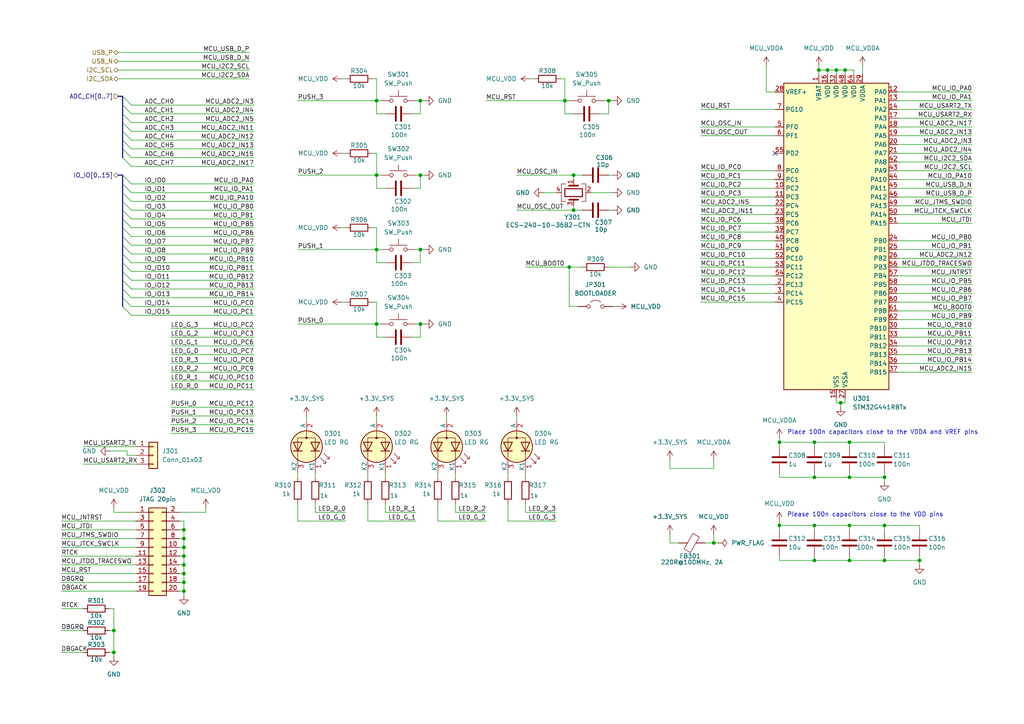
<source format=kicad_sch>
(kicad_sch (version 20231120) (generator "eeschema") (generator_version "8.0")
  (paper "A4")
  (title_block (title "MCU") (date "2024-11-18") (rev "1.00") (company "elezbyl"))
  (junction (at 109.22 50.8))
  (junction (at 236.22 128.27))
  (junction (at 53.34 163.83))
  (junction (at 121.92 50.8))
  (junction (at 245.11 20.32))
  (junction (at 166.37 50.8))
  (junction (at 256.54 152.4))
  (junction (at 53.34 171.45))
  (junction (at 121.92 29.21))
  (junction (at 33.02 189.23))
  (junction (at 226.06 152.4))
  (junction (at 236.22 162.56))
  (junction (at 33.02 182.88))
  (junction (at 266.7 162.56))
  (junction (at 53.34 158.75))
  (junction (at 236.22 138.43))
  (junction (at 240.03 20.32))
  (junction (at 166.37 60.96))
  (junction (at 53.34 168.91))
  (junction (at 256.54 138.43))
  (junction (at 246.38 152.4))
  (junction (at 165.1 77.47))
  (junction (at 121.92 72.39))
  (junction (at 226.06 128.27))
  (junction (at 242.57 20.32))
  (junction (at 53.34 161.29))
  (junction (at 109.22 29.21))
  (junction (at 243.84 116.84))
  (junction (at 121.92 93.98))
  (junction (at 109.22 72.39))
  (junction (at 53.34 166.37))
  (junction (at 53.34 153.67))
  (junction (at 109.22 93.98))
  (junction (at 237.49 20.32))
  (junction (at 256.54 162.56))
  (junction (at 207.01 157.48))
  (junction (at 176.53 29.21))
  (junction (at 163.83 29.21))
  (junction (at 246.38 128.27))
  (junction (at 246.38 138.43))
  (junction (at 246.38 162.56))
  (junction (at 236.22 152.4))
  (junction (at 53.34 156.21))
  (no_connect (at 224.79 44.45))
  (bus_entry (at 35.56 83.82) (size 2.54 2.54))
  (bus_entry (at 35.56 60.96) (size 2.54 2.54))
  (bus_entry (at 35.56 33.02) (size 2.54 2.54))
  (bus_entry (at 35.56 45.72) (size 2.54 2.54))
  (bus_entry (at 35.56 27.94) (size 2.54 2.54))
  (bus_entry (at 35.56 40.64) (size 2.54 2.54))
  (bus_entry (at 35.56 55.88) (size 2.54 2.54))
  (bus_entry (at 35.56 78.74) (size 2.54 2.54))
  (bus_entry (at 35.56 73.66) (size 2.54 2.54))
  (bus_entry (at 35.56 68.58) (size 2.54 2.54))
  (bus_entry (at 35.56 50.8) (size 2.54 2.54))
  (bus_entry (at 35.56 53.34) (size 2.54 2.54))
  (bus_entry (at 35.56 35.56) (size 2.54 2.54))
  (bus_entry (at 35.56 81.28) (size 2.54 2.54))
  (bus_entry (at 35.56 86.36) (size 2.54 2.54))
  (bus_entry (at 35.56 38.1) (size 2.54 2.54))
  (bus_entry (at 35.56 30.48) (size 2.54 2.54))
  (bus_entry (at 35.56 66.04) (size 2.54 2.54))
  (bus_entry (at 35.56 63.5) (size 2.54 2.54))
  (bus_entry (at 35.56 71.12) (size 2.54 2.54))
  (bus_entry (at 35.56 76.2) (size 2.54 2.54))
  (bus_entry (at 35.56 88.9) (size 2.54 2.54))
  (bus_entry (at 35.56 58.42) (size 2.54 2.54))
  (bus_entry (at 35.56 43.18) (size 2.54 2.54))
  (wire (pts (xy 203.2 54.61) (xy 224.79 54.61)))
  (bus (pts (xy 35.56 55.88) (xy 35.56 58.42)))
  (wire (pts (xy 226.06 138.43) (xy 236.22 138.43)))
  (wire (pts (xy 175.26 29.21) (xy 176.53 29.21)))
  (wire (pts (xy 91.44 148.59) (xy 100.33 148.59)))
  (wire (pts (xy 120.65 29.21) (xy 121.92 29.21)))
  (wire (pts (xy 52.07 163.83) (xy 53.34 163.83)))
  (wire (pts (xy 281.94 102.87) (xy 260.35 102.87)))
  (wire (pts (xy 260.35 64.77) (xy 281.94 64.77)))
  (wire (pts (xy 260.35 36.83) (xy 281.94 36.83)))
  (wire (pts (xy 246.38 129.54) (xy 246.38 128.27)))
  (wire (pts (xy 109.22 29.21) (xy 109.22 33.02)))
  (wire (pts (xy 281.94 87.63) (xy 260.35 87.63)))
  (wire (pts (xy 49.53 107.95) (xy 73.66 107.95)))
  (wire (pts (xy 86.36 29.21) (xy 109.22 29.21)))
  (wire (pts (xy 260.35 57.15) (xy 281.94 57.15)))
  (wire (pts (xy 34.29 20.32) (xy 72.39 20.32)))
  (wire (pts (xy 281.94 74.93) (xy 260.35 74.93)))
  (wire (pts (xy 226.06 127) (xy 226.06 128.27)))
  (wire (pts (xy 149.86 60.96) (xy 166.37 60.96)))
  (wire (pts (xy 236.22 137.16) (xy 236.22 138.43)))
  (wire (pts (xy 281.94 90.17) (xy 260.35 90.17)))
  (wire (pts (xy 111.76 33.02) (xy 109.22 33.02)))
  (wire (pts (xy 246.38 152.4) (xy 256.54 152.4)))
  (wire (pts (xy 110.49 50.8) (xy 109.22 50.8)))
  (wire (pts (xy 38.1 35.56) (xy 73.66 35.56)))
  (wire (pts (xy 33.02 189.23) (xy 33.02 182.88)))
  (wire (pts (xy 132.08 148.59) (xy 140.97 148.59)))
  (wire (pts (xy 17.78 176.53) (xy 24.13 176.53)))
  (wire (pts (xy 129.54 120.65) (xy 129.54 121.92)))
  (wire (pts (xy 53.34 171.45) (xy 53.34 168.91)))
  (wire (pts (xy 31.75 182.88) (xy 33.02 182.88)))
  (wire (pts (xy 203.2 36.83) (xy 224.79 36.83)))
  (wire (pts (xy 38.1 38.1) (xy 73.66 38.1)))
  (wire (pts (xy 52.07 161.29) (xy 53.34 161.29)))
  (wire (pts (xy 132.08 146.05) (xy 132.08 148.59)))
  (wire (pts (xy 106.68 146.05) (xy 106.68 151.13)))
  (wire (pts (xy 99.06 66.04) (xy 100.33 66.04)))
  (wire (pts (xy 236.22 138.43) (xy 246.38 138.43)))
  (wire (pts (xy 33.02 148.59) (xy 39.37 148.59)))
  (wire (pts (xy 53.34 153.67) (xy 53.34 151.13)))
  (bus (pts (xy 35.56 78.74) (xy 35.56 81.28)))
  (wire (pts (xy 121.92 76.2) (xy 121.92 72.39)))
  (wire (pts (xy 256.54 139.7) (xy 256.54 138.43)))
  (wire (pts (xy 53.34 158.75) (xy 53.34 156.21)))
  (wire (pts (xy 109.22 120.65) (xy 109.22 121.92)))
  (wire (pts (xy 245.11 20.32) (xy 242.57 20.32)))
  (wire (pts (xy 203.2 82.55) (xy 224.79 82.55)))
  (wire (pts (xy 111.76 148.59) (xy 120.65 148.59)))
  (wire (pts (xy 281.94 77.47) (xy 260.35 77.47)))
  (wire (pts (xy 36.83 132.08) (xy 39.37 132.08)))
  (wire (pts (xy 38.1 86.36) (xy 73.66 86.36)))
  (wire (pts (xy 165.1 29.21) (xy 163.83 29.21)))
  (wire (pts (xy 260.35 31.75) (xy 281.94 31.75)))
  (wire (pts (xy 52.07 166.37) (xy 53.34 166.37)))
  (wire (pts (xy 240.03 20.32) (xy 240.03 21.59)))
  (wire (pts (xy 157.48 55.88) (xy 161.29 55.88)))
  (wire (pts (xy 166.37 33.02) (xy 163.83 33.02)))
  (wire (pts (xy 281.94 95.25) (xy 260.35 95.25)))
  (wire (pts (xy 240.03 20.32) (xy 237.49 20.32)))
  (wire (pts (xy 91.44 137.16) (xy 91.44 138.43)))
  (wire (pts (xy 152.4 148.59) (xy 161.29 148.59)))
  (wire (pts (xy 204.47 157.48) (xy 207.01 157.48)))
  (wire (pts (xy 107.95 22.86) (xy 109.22 22.86)))
  (wire (pts (xy 256.54 161.29) (xy 256.54 162.56)))
  (wire (pts (xy 266.7 153.67) (xy 266.7 152.4)))
  (bus (pts (xy 35.56 35.56) (xy 35.56 38.1)))
  (wire (pts (xy 111.76 97.79) (xy 109.22 97.79)))
  (wire (pts (xy 49.53 113.03) (xy 73.66 113.03)))
  (wire (pts (xy 163.83 22.86) (xy 163.83 29.21)))
  (wire (pts (xy 266.7 161.29) (xy 266.7 162.56)))
  (wire (pts (xy 24.13 129.54) (xy 39.37 129.54)))
  (wire (pts (xy 236.22 161.29) (xy 236.22 162.56)))
  (wire (pts (xy 53.34 151.13) (xy 52.07 151.13)))
  (wire (pts (xy 242.57 116.84) (xy 243.84 116.84)))
  (wire (pts (xy 119.38 76.2) (xy 121.92 76.2)))
  (wire (pts (xy 99.06 44.45) (xy 100.33 44.45)))
  (wire (pts (xy 53.34 172.72) (xy 53.34 171.45)))
  (wire (pts (xy 177.8 88.9) (xy 179.07 88.9)))
  (wire (pts (xy 49.53 95.25) (xy 73.66 95.25)))
  (wire (pts (xy 49.53 120.65) (xy 73.66 120.65)))
  (wire (pts (xy 152.4 137.16) (xy 152.4 138.43)))
  (wire (pts (xy 106.68 137.16) (xy 106.68 138.43)))
  (wire (pts (xy 245.11 21.59) (xy 245.11 20.32)))
  (wire (pts (xy 111.76 137.16) (xy 111.76 138.43)))
  (wire (pts (xy 127 146.05) (xy 127 151.13)))
  (wire (pts (xy 109.22 44.45) (xy 109.22 50.8)))
  (wire (pts (xy 49.53 97.79) (xy 73.66 97.79)))
  (bus (pts (xy 35.56 81.28) (xy 35.56 83.82)))
  (wire (pts (xy 38.1 48.26) (xy 73.66 48.26)))
  (wire (pts (xy 111.76 54.61) (xy 109.22 54.61)))
  (bus (pts (xy 35.56 68.58) (xy 35.56 71.12)))
  (wire (pts (xy 260.35 29.21) (xy 281.94 29.21)))
  (wire (pts (xy 147.32 146.05) (xy 147.32 151.13)))
  (bus (pts (xy 35.56 73.66) (xy 35.56 76.2)))
  (wire (pts (xy 132.08 137.16) (xy 132.08 138.43)))
  (wire (pts (xy 176.53 33.02) (xy 176.53 29.21)))
  (wire (pts (xy 149.86 120.65) (xy 149.86 121.92)))
  (wire (pts (xy 121.92 97.79) (xy 121.92 93.98)))
  (wire (pts (xy 153.67 22.86) (xy 154.94 22.86)))
  (wire (pts (xy 17.78 182.88) (xy 24.13 182.88)))
  (wire (pts (xy 38.1 30.48) (xy 73.66 30.48)))
  (wire (pts (xy 166.37 50.8) (xy 166.37 52.07)))
  (wire (pts (xy 49.53 118.11) (xy 73.66 118.11)))
  (wire (pts (xy 260.35 52.07) (xy 281.94 52.07)))
  (wire (pts (xy 203.2 69.85) (xy 224.79 69.85)))
  (wire (pts (xy 33.02 176.53) (xy 31.75 176.53)))
  (wire (pts (xy 38.1 45.72) (xy 73.66 45.72)))
  (wire (pts (xy 38.1 71.12) (xy 73.66 71.12)))
  (wire (pts (xy 281.94 100.33) (xy 260.35 100.33)))
  (wire (pts (xy 266.7 162.56) (xy 256.54 162.56)))
  (wire (pts (xy 53.34 163.83) (xy 53.34 161.29)))
  (wire (pts (xy 107.95 66.04) (xy 109.22 66.04)))
  (wire (pts (xy 109.22 22.86) (xy 109.22 29.21)))
  (wire (pts (xy 260.35 46.99) (xy 281.94 46.99)))
  (wire (pts (xy 260.35 34.29) (xy 281.94 34.29)))
  (wire (pts (xy 17.78 168.91) (xy 39.37 168.91)))
  (bus (pts (xy 35.56 40.64) (xy 35.56 43.18)))
  (wire (pts (xy 107.95 87.63) (xy 109.22 87.63)))
  (wire (pts (xy 52.07 168.91) (xy 53.34 168.91)))
  (wire (pts (xy 52.07 153.67) (xy 53.34 153.67)))
  (wire (pts (xy 281.94 80.01) (xy 260.35 80.01)))
  (wire (pts (xy 120.65 93.98) (xy 121.92 93.98)))
  (bus (pts (xy 35.56 66.04) (xy 35.56 68.58)))
  (wire (pts (xy 281.94 82.55) (xy 260.35 82.55)))
  (bus (pts (xy 35.56 83.82) (xy 35.56 86.36)))
  (wire (pts (xy 38.1 78.74) (xy 73.66 78.74)))
  (bus (pts (xy 35.56 58.42) (xy 35.56 60.96)))
  (wire (pts (xy 260.35 54.61) (xy 281.94 54.61)))
  (wire (pts (xy 176.53 60.96) (xy 177.8 60.96)))
  (wire (pts (xy 236.22 128.27) (xy 236.22 129.54)))
  (wire (pts (xy 237.49 20.32) (xy 237.49 21.59)))
  (wire (pts (xy 17.78 171.45) (xy 39.37 171.45)))
  (wire (pts (xy 111.76 76.2) (xy 109.22 76.2)))
  (wire (pts (xy 140.97 151.13) (xy 127 151.13)))
  (wire (pts (xy 165.1 88.9) (xy 165.1 77.47)))
  (wire (pts (xy 256.54 137.16) (xy 256.54 138.43)))
  (wire (pts (xy 24.13 134.62) (xy 39.37 134.62)))
  (bus (pts (xy 35.56 53.34) (xy 35.56 55.88)))
  (wire (pts (xy 38.1 66.04) (xy 73.66 66.04)))
  (wire (pts (xy 226.06 151.13) (xy 226.06 152.4)))
  (bus (pts (xy 34.29 50.8) (xy 35.56 50.8)))
  (bus (pts (xy 35.56 30.48) (xy 35.56 33.02)))
  (wire (pts (xy 121.92 33.02) (xy 121.92 29.21)))
  (wire (pts (xy 99.06 22.86) (xy 100.33 22.86)))
  (wire (pts (xy 53.34 168.91) (xy 53.34 166.37)))
  (wire (pts (xy 256.54 138.43) (xy 246.38 138.43)))
  (wire (pts (xy 17.78 189.23) (xy 24.13 189.23)))
  (wire (pts (xy 222.25 26.67) (xy 224.79 26.67)))
  (wire (pts (xy 86.36 146.05) (xy 86.36 151.13)))
  (wire (pts (xy 165.1 77.47) (xy 168.91 77.47)))
  (wire (pts (xy 110.49 29.21) (xy 109.22 29.21)))
  (wire (pts (xy 226.06 161.29) (xy 226.06 162.56)))
  (wire (pts (xy 31.75 189.23) (xy 33.02 189.23)))
  (wire (pts (xy 256.54 128.27) (xy 256.54 129.54)))
  (wire (pts (xy 49.53 105.41) (xy 73.66 105.41)))
  (wire (pts (xy 31.75 130.81) (xy 36.83 130.81)))
  (wire (pts (xy 260.35 41.91) (xy 281.94 41.91)))
  (wire (pts (xy 38.1 40.64) (xy 73.66 40.64)))
  (wire (pts (xy 163.83 29.21) (xy 163.83 33.02)))
  (wire (pts (xy 49.53 123.19) (xy 73.66 123.19)))
  (wire (pts (xy 260.35 62.23) (xy 281.94 62.23)))
  (wire (pts (xy 86.36 72.39) (xy 109.22 72.39)))
  (wire (pts (xy 38.1 63.5) (xy 73.66 63.5)))
  (wire (pts (xy 53.34 161.29) (xy 53.34 158.75)))
  (wire (pts (xy 243.84 116.84) (xy 243.84 118.11)))
  (wire (pts (xy 52.07 148.59) (xy 59.69 148.59)))
  (wire (pts (xy 49.53 102.87) (xy 73.66 102.87)))
  (bus (pts (xy 35.56 76.2) (xy 35.56 78.74)))
  (wire (pts (xy 147.32 137.16) (xy 147.32 138.43)))
  (wire (pts (xy 86.36 137.16) (xy 86.36 138.43)))
  (wire (pts (xy 203.2 67.31) (xy 224.79 67.31)))
  (wire (pts (xy 120.65 50.8) (xy 121.92 50.8)))
  (wire (pts (xy 119.38 54.61) (xy 121.92 54.61)))
  (wire (pts (xy 222.25 19.05) (xy 222.25 26.67)))
  (wire (pts (xy 109.22 50.8) (xy 109.22 54.61)))
  (bus (pts (xy 35.56 60.96) (xy 35.56 63.5)))
  (wire (pts (xy 281.94 105.41) (xy 260.35 105.41)))
  (wire (pts (xy 246.38 162.56) (xy 236.22 162.56)))
  (wire (pts (xy 149.86 50.8) (xy 166.37 50.8)))
  (wire (pts (xy 38.1 43.18) (xy 73.66 43.18)))
  (wire (pts (xy 38.1 73.66) (xy 73.66 73.66)))
  (wire (pts (xy 17.78 158.75) (xy 39.37 158.75)))
  (wire (pts (xy 203.2 80.01) (xy 224.79 80.01)))
  (wire (pts (xy 246.38 161.29) (xy 246.38 162.56)))
  (wire (pts (xy 246.38 128.27) (xy 256.54 128.27)))
  (bus (pts (xy 34.29 27.94) (xy 35.56 27.94)))
  (wire (pts (xy 246.38 162.56) (xy 256.54 162.56)))
  (wire (pts (xy 203.2 31.75) (xy 224.79 31.75)))
  (wire (pts (xy 281.94 69.85) (xy 260.35 69.85)))
  (bus (pts (xy 35.56 27.94) (xy 35.56 30.48)))
  (wire (pts (xy 246.38 137.16) (xy 246.38 138.43)))
  (wire (pts (xy 176.53 77.47) (xy 182.88 77.47)))
  (wire (pts (xy 203.2 77.47) (xy 224.79 77.47)))
  (wire (pts (xy 119.38 33.02) (xy 121.92 33.02)))
  (wire (pts (xy 52.07 171.45) (xy 53.34 171.45)))
  (wire (pts (xy 236.22 152.4) (xy 246.38 152.4)))
  (wire (pts (xy 38.1 81.28) (xy 73.66 81.28)))
  (wire (pts (xy 152.4 77.47) (xy 165.1 77.47)))
  (wire (pts (xy 162.56 22.86) (xy 163.83 22.86)))
  (wire (pts (xy 281.94 72.39) (xy 260.35 72.39)))
  (wire (pts (xy 207.01 135.89) (xy 207.01 133.35)))
  (wire (pts (xy 33.02 182.88) (xy 33.02 176.53)))
  (wire (pts (xy 38.1 58.42) (xy 73.66 58.42)))
  (wire (pts (xy 123.19 50.8) (xy 121.92 50.8)))
  (wire (pts (xy 91.44 146.05) (xy 91.44 148.59)))
  (wire (pts (xy 17.78 156.21) (xy 39.37 156.21)))
  (wire (pts (xy 33.02 190.5) (xy 33.02 189.23)))
  (wire (pts (xy 109.22 87.63) (xy 109.22 93.98)))
  (wire (pts (xy 99.06 87.63) (xy 100.33 87.63)))
  (wire (pts (xy 52.07 158.75) (xy 53.34 158.75)))
  (wire (pts (xy 33.02 147.32) (xy 33.02 148.59)))
  (wire (pts (xy 110.49 72.39) (xy 109.22 72.39)))
  (wire (pts (xy 17.78 161.29) (xy 39.37 161.29)))
  (wire (pts (xy 49.53 100.33) (xy 73.66 100.33)))
  (bus (pts (xy 35.56 43.18) (xy 35.56 45.72)))
  (wire (pts (xy 176.53 50.8) (xy 177.8 50.8)))
  (wire (pts (xy 266.7 162.56) (xy 266.7 163.83)))
  (wire (pts (xy 226.06 128.27) (xy 226.06 129.54)))
  (wire (pts (xy 203.2 85.09) (xy 224.79 85.09)))
  (wire (pts (xy 203.2 49.53) (xy 224.79 49.53)))
  (wire (pts (xy 171.45 55.88) (xy 177.8 55.88)))
  (wire (pts (xy 110.49 93.98) (xy 109.22 93.98)))
  (wire (pts (xy 38.1 60.96) (xy 73.66 60.96)))
  (wire (pts (xy 203.2 52.07) (xy 224.79 52.07)))
  (wire (pts (xy 203.2 87.63) (xy 224.79 87.63)))
  (wire (pts (xy 203.2 62.23) (xy 224.79 62.23)))
  (wire (pts (xy 260.35 44.45) (xy 281.94 44.45)))
  (wire (pts (xy 121.92 54.61) (xy 121.92 50.8)))
  (wire (pts (xy 119.38 97.79) (xy 121.92 97.79)))
  (wire (pts (xy 161.29 151.13) (xy 147.32 151.13)))
  (wire (pts (xy 109.22 66.04) (xy 109.22 72.39)))
  (bus (pts (xy 35.56 50.8) (xy 35.56 53.34)))
  (wire (pts (xy 281.94 85.09) (xy 260.35 85.09)))
  (wire (pts (xy 53.34 166.37) (xy 53.34 163.83)))
  (wire (pts (xy 247.65 21.59) (xy 247.65 20.32)))
  (wire (pts (xy 260.35 59.69) (xy 281.94 59.69)))
  (wire (pts (xy 36.83 130.81) (xy 36.83 132.08)))
  (wire (pts (xy 38.1 91.44) (xy 73.66 91.44)))
  (wire (pts (xy 38.1 33.02) (xy 73.66 33.02)))
  (wire (pts (xy 49.53 110.49) (xy 73.66 110.49)))
  (wire (pts (xy 120.65 72.39) (xy 121.92 72.39)))
  (wire (pts (xy 109.22 72.39) (xy 109.22 76.2)))
  (wire (pts (xy 236.22 128.27) (xy 246.38 128.27)))
  (wire (pts (xy 34.29 17.78) (xy 72.39 17.78)))
  (wire (pts (xy 203.2 64.77) (xy 224.79 64.77)))
  (wire (pts (xy 86.36 50.8) (xy 109.22 50.8)))
  (wire (pts (xy 123.19 93.98) (xy 121.92 93.98)))
  (wire (pts (xy 152.4 146.05) (xy 152.4 148.59)))
  (wire (pts (xy 243.84 116.84) (xy 245.11 116.84)))
  (wire (pts (xy 250.19 19.05) (xy 250.19 21.59)))
  (wire (pts (xy 260.35 39.37) (xy 281.94 39.37)))
  (wire (pts (xy 167.64 88.9) (xy 165.1 88.9)))
  (wire (pts (xy 166.37 60.96) (xy 168.91 60.96)))
  (wire (pts (xy 166.37 60.96) (xy 166.37 59.69)))
  (wire (pts (xy 236.22 153.67) (xy 236.22 152.4)))
  (wire (pts (xy 109.22 93.98) (xy 109.22 97.79)))
  (wire (pts (xy 194.31 133.35) (xy 194.31 135.89)))
  (bus (pts (xy 35.56 71.12) (xy 35.56 73.66)))
  (wire (pts (xy 203.2 39.37) (xy 224.79 39.37)))
  (wire (pts (xy 140.97 29.21) (xy 163.83 29.21)))
  (wire (pts (xy 59.69 148.59) (xy 59.69 147.32)))
  (wire (pts (xy 194.31 135.89) (xy 207.01 135.89)))
  (bus (pts (xy 35.56 33.02) (xy 35.56 35.56)))
  (wire (pts (xy 38.1 68.58) (xy 73.66 68.58)))
  (wire (pts (xy 203.2 74.93) (xy 224.79 74.93)))
  (wire (pts (xy 237.49 19.05) (xy 237.49 20.32)))
  (wire (pts (xy 226.06 128.27) (xy 236.22 128.27)))
  (wire (pts (xy 38.1 55.88) (xy 73.66 55.88)))
  (wire (pts (xy 236.22 152.4) (xy 226.06 152.4)))
  (wire (pts (xy 88.9 120.65) (xy 88.9 121.92)))
  (wire (pts (xy 236.22 162.56) (xy 226.06 162.56)))
  (wire (pts (xy 127 137.16) (xy 127 138.43)))
  (wire (pts (xy 281.94 107.95) (xy 260.35 107.95)))
  (wire (pts (xy 107.95 44.45) (xy 109.22 44.45)))
  (wire (pts (xy 17.78 163.83) (xy 39.37 163.83)))
  (wire (pts (xy 194.31 157.48) (xy 196.85 157.48)))
  (wire (pts (xy 203.2 59.69) (xy 224.79 59.69)))
  (wire (pts (xy 260.35 26.67) (xy 281.94 26.67)))
  (wire (pts (xy 226.06 138.43) (xy 226.06 137.16)))
  (wire (pts (xy 242.57 20.32) (xy 240.03 20.32)))
  (wire (pts (xy 17.78 151.13) (xy 39.37 151.13)))
  (wire (pts (xy 203.2 57.15) (xy 224.79 57.15)))
  (bus (pts (xy 35.56 63.5) (xy 35.56 66.04)))
  (wire (pts (xy 260.35 49.53) (xy 281.94 49.53)))
  (wire (pts (xy 38.1 53.34) (xy 73.66 53.34)))
  (wire (pts (xy 281.94 92.71) (xy 260.35 92.71)))
  (wire (pts (xy 120.65 151.13) (xy 106.68 151.13)))
  (wire (pts (xy 34.29 15.24) (xy 72.39 15.24)))
  (wire (pts (xy 281.94 97.79) (xy 260.35 97.79)))
  (wire (pts (xy 53.34 156.21) (xy 53.34 153.67)))
  (wire (pts (xy 203.2 72.39) (xy 224.79 72.39)))
  (wire (pts (xy 38.1 83.82) (xy 73.66 83.82)))
  (wire (pts (xy 173.99 33.02) (xy 176.53 33.02)))
  (wire (pts (xy 266.7 152.4) (xy 256.54 152.4)))
  (wire (pts (xy 256.54 152.4) (xy 256.54 153.67)))
  (wire (pts (xy 123.19 29.21) (xy 121.92 29.21)))
  (wire (pts (xy 38.1 88.9) (xy 73.66 88.9)))
  (wire (pts (xy 111.76 146.05) (xy 111.76 148.59)))
  (wire (pts (xy 247.65 20.32) (xy 245.11 20.32)))
  (wire (pts (xy 177.8 29.21) (xy 176.53 29.21)))
  (wire (pts (xy 100.33 151.13) (xy 86.36 151.13)))
  (bus (pts (xy 35.56 38.1) (xy 35.56 40.64)))
  (wire (pts (xy 242.57 20.32) (xy 242.57 21.59)))
  (wire (pts (xy 86.36 93.98) (xy 109.22 93.98)))
  (wire (pts (xy 245.11 116.84) (xy 245.11 115.57)))
  (wire (pts (xy 49.53 125.73) (xy 73.66 125.73)))
  (wire (pts (xy 246.38 152.4) (xy 246.38 153.67)))
  (wire (pts (xy 166.37 50.8) (xy 168.91 50.8)))
  (wire (pts (xy 34.29 22.86) (xy 72.39 22.86)))
  (wire (pts (xy 226.06 152.4) (xy 226.06 153.67)))
  (wire (pts (xy 123.19 72.39) (xy 121.92 72.39)))
  (wire (pts (xy 38.1 76.2) (xy 73.66 76.2)))
  (wire (pts (xy 17.78 166.37) (xy 39.37 166.37)))
  (wire (pts (xy 17.78 153.67) (xy 39.37 153.67)))
  (wire (pts (xy 52.07 156.21) (xy 53.34 156.21)))
  (bus (pts (xy 35.56 86.36) (xy 35.56 88.9)))
  (wire (pts (xy 207.01 157.48) (xy 208.28 157.48)))
  (wire (pts (xy 207.01 154.94) (xy 207.01 157.48)))
  (wire (pts (xy 194.31 157.48) (xy 194.31 154.94)))
  (wire (pts (xy 242.57 115.57) (xy 242.57 116.84)))
  (text "Please 100n capacitors close to the VDD pins" (at 250.952 149.352 0) (effects (font (size 1.27 1.27))))
  (text "Place 100n capacitors close to the VDDA and VREF pins" (at 256.032 125.476 0) (effects (font (size 1.27 1.27))))
  (label "DBGRQ" (at 17.78 182.88 0))
  (label "MCU_IO_PC14" (at 203.2 85.09 0))
  (label "MCU_JTCK_SWCLK" (at 281.94 62.23 180))
  (label "MCU_USART2_TX" (at 24.13 129.54 0))
  (label "MCU_IO_PC10" (at 203.2 74.93 0))
  (label "MCU_IO_PC2" (at 203.2 54.61 0))
  (label "MCU_RST" (at 140.97 29.21 0))
  (label "LED_G_0" (at 100.33 151.13 180))
  (label "ADC_CH2" (at 41.91 35.56 0))
  (label "MCU_IO_PB10" (at 73.66 76.2 180))
  (label "LED_G_3" (at 49.53 95.25 0))
  (label "MCU_ADC2_IN11" (at 203.2 62.23 0))
  (label "MCU_IO_PB9" (at 281.94 92.71 180))
  (label "LED_R_1" (at 49.53 110.49 0))
  (label "MCU_JTDO_TRACESWO" (at 281.94 77.47 180))
  (label "MCU_ADC2_IN15" (at 73.66 45.72 180))
  (label "MCU_IO_PC9" (at 73.66 107.95 180))
  (label "MCU_BOOT0" (at 152.4 77.47 0))
  (label "ADC_CH7" (at 41.91 48.26 0))
  (label "MCU_USB_D_P" (at 281.94 57.15 180))
  (label "LED_G_0" (at 49.53 102.87 0))
  (label "MCU_IO_PC15" (at 73.66 125.73 180))
  (label "DBGACK" (at 17.78 171.45 0))
  (label "MCU_IO_PC11" (at 203.2 77.47 0))
  (label "MCU_IO_PC6" (at 203.2 64.77 0))
  (label "MCU_IO_PB5" (at 281.94 82.55 180))
  (label "IO_IO9" (at 41.91 76.2 0))
  (label "RTCK" (at 17.78 161.29 0))
  (label "ADC_CH4" (at 41.91 40.64 0))
  (label "DBGRQ" (at 17.78 168.91 0))
  (label "MCU_IO_PC8" (at 203.2 69.85 0))
  (label "IO_IO7" (at 41.91 71.12 0))
  (label "MCU_IO_PB12" (at 73.66 81.28 180))
  (label "MCU_USB_D_N" (at 72.39 17.78 180))
  (label "ADC_CH0" (at 41.91 30.48 0))
  (label "MCU_ADC2_IN12" (at 281.94 74.93 180))
  (label "MCU_IO_PC3" (at 73.66 97.79 180))
  (label "MCU_IO_PB14" (at 73.66 86.36 180))
  (label "MCU_IO_PC12" (at 203.2 80.01 0))
  (label "MCU_OSC_IN" (at 149.86 50.8 0))
  (label "ADC_CH6" (at 41.91 45.72 0))
  (label "MCU_ADC2_IN4" (at 281.94 44.45 180))
  (label "IO_IO15" (at 41.91 91.44 0))
  (label "MCU_RST" (at 203.2 31.75 0))
  (label "MCU_USART2_RX" (at 24.13 134.62 0))
  (label "MCU_IO_PC7" (at 73.66 102.87 180))
  (label "LED_G_2" (at 49.53 97.79 0))
  (label "MCU_USART2_TX" (at 281.94 31.75 180))
  (label "MCU_IO_PC7" (at 203.2 67.31 0))
  (label "MCU_JTDI" (at 281.94 64.77 180))
  (label "MCU_IO_PC11" (at 73.66 113.03 180))
  (label "MCU_IO_PC12" (at 73.66 118.11 180))
  (label "IO_IO0" (at 41.91 53.34 0))
  (label "MCU_ADC2_IN15" (at 281.94 107.95 180))
  (label "MCU_IO_PC1" (at 203.2 52.07 0))
  (label "MCU_OSC_OUT" (at 203.2 39.37 0))
  (label "MCU_ADC2_IN17" (at 73.66 48.26 180))
  (label "MCU_IO_PC1" (at 73.66 91.44 180))
  (label "MCU_OSC_OUT" (at 149.86 60.96 0))
  (label "MCU_I2C2_SDA" (at 72.39 22.86 180))
  (label "MCU_ADC2_IN13" (at 73.66 43.18 180))
  (label "IO_IO4" (at 41.91 63.5 0))
  (label "MCU_IO_PB0" (at 73.66 60.96 180))
  (label "MCU_ADC2_IN3" (at 73.66 30.48 180))
  (label "MCU_IO_PC15" (at 203.2 87.63 0))
  (label "MCU_IO_PB5" (at 73.66 66.04 180))
  (label "ADC_CH5" (at 41.91 43.18 0))
  (label "MCU_RST" (at 17.78 166.37 0))
  (label "MCU_IO_PC9" (at 203.2 72.39 0))
  (label "LED_R_3" (at 49.53 105.41 0))
  (label "MCU_IO_PC10" (at 73.66 110.49 180))
  (label "MCU_ADC2_IN11" (at 73.66 38.1 180))
  (label "LED_R_1" (at 120.65 148.59 180))
  (label "LED_G_1" (at 120.65 151.13 180))
  (label "PUSH_1" (at 86.36 72.39 0))
  (label "LED_R_0" (at 100.33 148.59 180))
  (label "MCU_BOOT0" (at 281.94 90.17 180))
  (label "MCU_IO_PA10" (at 73.66 58.42 180))
  (label "MCU_ADC2_IN3" (at 281.94 41.91 180))
  (label "MCU_IO_PB13" (at 281.94 102.87 180))
  (label "MCU_I2C2_SDA" (at 281.94 46.99 180))
  (label "IO_IO8" (at 41.91 73.66 0))
  (label "IO_IO10" (at 41.91 78.74 0))
  (label "MCU_I2C2_SCL" (at 281.94 49.53 180))
  (label "MCU_IO_PB1" (at 73.66 63.5 180))
  (label "LED_G_3" (at 161.29 151.13 180))
  (label "MCU_ADC2_IN5" (at 203.2 59.69 0))
  (label "MCU_IO_PC3" (at 203.2 57.15 0))
  (label "LED_R_2" (at 49.53 107.95 0))
  (label "MCU_JNTRST" (at 17.78 151.13 0))
  (label "LED_G_1" (at 49.53 100.33 0))
  (label "IO_IO14" (at 41.91 88.9 0))
  (label "MCU_ADC2_IN4" (at 73.66 33.02 180))
  (label "MCU_IO_PC2" (at 73.66 95.25 180))
  (label "IO_IO13" (at 41.91 86.36 0))
  (label "MCU_ADC2_IN13" (at 281.94 39.37 180))
  (label "PUSH_2" (at 49.53 123.19 0))
  (label "PUSH_2" (at 86.36 50.8 0))
  (label "MCU_IO_PA1" (at 73.66 55.88 180))
  (label "ADC_CH1" (at 41.91 33.02 0))
  (label "MCU_IO_PB11" (at 73.66 78.74 180))
  (label "MCU_JTDO_TRACESWO" (at 17.78 163.83 0))
  (label "ADC_CH3" (at 41.91 38.1 0))
  (label "IO_IO11" (at 41.91 81.28 0))
  (label "MCU_IO_PB10" (at 281.94 95.25 180))
  (label "MCU_JTCK_SWCLK" (at 17.78 158.75 0))
  (label "LED_G_2" (at 140.97 151.13 180))
  (label "MCU_JTMS_SWDIO" (at 281.94 59.69 180))
  (label "MCU_IO_PA1" (at 281.94 29.21 180))
  (label "MCU_JTDI" (at 17.78 153.67 0))
  (label "MCU_IO_PC0" (at 203.2 49.53 0))
  (label "MCU_IO_PB7" (at 73.66 71.12 180))
  (label "IO_IO2" (at 41.91 58.42 0))
  (label "IO_IO3" (at 41.91 60.96 0))
  (label "PUSH_0" (at 86.36 93.98 0))
  (label "MCU_IO_PB6" (at 73.66 68.58 180))
  (label "IO_IO1" (at 41.91 55.88 0))
  (label "PUSH_0" (at 49.53 118.11 0))
  (label "LED_R_3" (at 161.29 148.59 180))
  (label "MCU_JTMS_SWDIO" (at 17.78 156.21 0))
  (label "MCU_IO_PC14" (at 73.66 123.19 180))
  (label "MCU_IO_PC0" (at 73.66 88.9 180))
  (label "MCU_ADC2_IN12" (at 73.66 40.64 180))
  (label "MCU_IO_PC8" (at 73.66 105.41 180))
  (label "MCU_USB_D_P" (at 72.39 15.24 180))
  (label "MCU_ADC2_IN5" (at 73.66 35.56 180))
  (label "MCU_IO_PC13" (at 203.2 82.55 0))
  (label "MCU_IO_PB7" (at 281.94 87.63 180))
  (label "MCU_IO_PB6" (at 281.94 85.09 180))
  (label "MCU_IO_PA0" (at 73.66 53.34 180))
  (label "IO_IO5" (at 41.91 66.04 0))
  (label "MCU_IO_PA0" (at 281.94 26.67 180))
  (label "MCU_I2C2_SCL" (at 72.39 20.32 180))
  (label "DBGACK" (at 17.78 189.23 0))
  (label "MCU_IO_PC6" (at 73.66 100.33 180))
  (label "RTCK" (at 17.78 176.53 0))
  (label "MCU_IO_PB13" (at 73.66 83.82 180))
  (label "MCU_IO_PB12" (at 281.94 100.33 180))
  (label "LED_R_0" (at 49.53 113.03 0))
  (label "MCU_IO_PA10" (at 281.94 52.07 180))
  (label "PUSH_3" (at 49.53 125.73 0))
  (label "PUSH_1" (at 49.53 120.65 0))
  (label "MCU_OSC_IN" (at 203.2 36.83 0))
  (label "MCU_USART2_RX" (at 281.94 34.29 180))
  (label "MCU_IO_PB11" (at 281.94 97.79 180))
  (label "PUSH_3" (at 86.36 29.21 0))
  (label "MCU_IO_PB9" (at 73.66 73.66 180))
  (label "MCU_IO_PB14" (at 281.94 105.41 180))
  (label "MCU_USB_D_N" (at 281.94 54.61 180))
  (label "MCU_ADC2_IN17" (at 281.94 36.83 180))
  (label "IO_IO12" (at 41.91 83.82 0))
  (label "LED_R_2" (at 140.97 148.59 180))
  (label "MCU_IO_PC13" (at 73.66 120.65 180))
  (label "MCU_IO_PB1" (at 281.94 72.39 180))
  (label "MCU_IO_PB0" (at 281.94 69.85 180))
  (label "IO_IO6" (at 41.91 68.58 0))
  (label "MCU_JNTRST" (at 281.94 80.01 180))
  (hierarchical_label "ADC_CH[0..7]" (shape input) (at 34.29 27.94 180))
  (hierarchical_label "USB_P" (shape bidirectional) (at 34.29 15.24 180))
  (hierarchical_label "USB_N" (shape bidirectional) (at 34.29 17.78 180))
  (hierarchical_label "I2C_SDA" (shape bidirectional) (at 34.29 22.86 180))
  (hierarchical_label "IO_IO[0..15]" (shape bidirectional) (at 34.29 50.8 180))
  (hierarchical_label "I2C_SCL" (shape bidirectional) (at 34.29 20.32 180))
  (symbol (lib_id "power:+3.3V") (at 153.67 22.86 90) (unit 1)
    (property "Reference" "#PWR0318" (effects (hide yes)))
    (property "Value" "MCU_VDD" (at 149.86 22.8599 90) (effects (justify left)))
    (property "Description" "Power symbol creates a global label with name \"+3.3V\"" (effects (hide yes)))
  )
  (symbol (lib_id "Switch:SW_Push") (at 115.57 93.98 0) (unit 1)
    (property "Reference" "SW304" (at 115.57 86.36 0))
    (property "Value" "SW_Push" (at 115.57 88.9 0))
    (property "Footprint" "Button_Switch_SMD:SW_Tactile_SPST_NO_Straight_CK_PTS636Sx25SMTRLFS" (effects (hide yes)))
    (property "Description" "Push button switch, generic, two pins" (effects (hide yes)))
    (property "Farnell" "3780601" (effects (hide yes)))
    (property "Mouser" "611-PTS636SK25SMTRLF" (effects (hide yes)))
  )
  (symbol (lib_id "power:GND") (at 123.19 72.39 90) (unit 1)
    (property "Reference" "#PWR0314" (effects (hide yes)))
    (property "Value" "GND" (at 127 72.3899 90) (effects (justify right)))
    (property "Description" "Power symbol creates a global label with name \"GND\" , ground" (effects (hide yes)))
  )
  (symbol (lib_id "Connector_Generic:Conn_02x10_Odd_Even") (at 44.45 158.75 0) (unit 1)
    (property "Reference" "J302" (at 45.72 142.24 0))
    (property "Value" "JTAG 20pin" (at 45.72 144.78 0))
    (property "Footprint" "Connector_PinHeader_2.54mm:PinHeader_2x10_P2.54mm_Vertical" (effects (hide yes)))
    (property "Description" "Generic connector, double row, 02x10, odd/even pin numbering scheme (row 1 odd numbers, row 2 even numbers), script generated (kicad-library-utils/schlib/autogen/connector/)" (effects (hide yes)))
  )
  (symbol (lib_id "Device:C") (at 246.38 157.48 0) (unit 1)
    (property "Reference" "C314" (at 248.92 156.21 0) (effects (justify left)))
    (property "Value" "100n" (at 248.412 158.75 0) (effects (justify left)))
    (property "Footprint" "Capacitor_SMD:C_0603_1608Metric_Pad1.08x0.95mm_HandSolder" (effects (hide yes)))
    (property "Description" "Unpolarized capacitor" (effects (hide yes)))
  )
  (symbol (lib_id "MCU_ST_STM32G4:STM32G441RBTx") (at 242.57 69.85 0) (unit 1)
    (property "Reference" "U301" (at 247.3041 115.57 0) (effects (justify left)))
    (property "Value" "STM32G441RBTx" (at 247.3041 118.11 0) (effects (justify left)))
    (property "Footprint" "Package_QFP:LQFP-64_10x10mm_P0.5mm" (effects (hide yes)))
    (property "Datasheet" "https://www.st.com/resource/en/datasheet/stm32g441rb.pdf" (effects (hide yes)))
    (property "Description" "STMicroelectronics Arm Cortex-M4 MCU, 128KB flash, 32KB RAM, 170 MHz, 1.71-3.6V, 52 GPIO, LQFP64" (effects (hide yes)))
    (property "Farnell" "3132415" (effects (hide yes)))
    (property "Mouser" "511-STM32G441RBT6" (effects (hide yes)))
  )
  (symbol (lib_id "power:GND") (at 123.19 50.8 90) (unit 1)
    (property "Reference" "#PWR0313" (effects (hide yes)))
    (property "Value" "GND" (at 127 50.7999 90) (effects (justify right)))
    (property "Description" "Power symbol creates a global label with name \"GND\" , ground" (effects (hide yes)))
  )
  (symbol (lib_id "power:+3.3V") (at 149.86 120.65 0) (unit 1)
    (property "Reference" "#PWR0317" (effects (hide yes)))
    (property "Value" "+3.3V_SYS" (at 149.86 115.57 0))
    (property "Description" "Power symbol creates a global label with name \"+3.3V\"" (effects (hide yes)))
  )
  (symbol (lib_id "Device:FerriteBead") (at 200.66 157.48 90) (unit 1)
    (property "Reference" "FB301" (at 200.152 161.29 90))
    (property "Value" "220R@100MHz, 2A" (at 200.66 163.068 90))
    (property "Footprint" "Inductor_SMD:L_0805_2012Metric_Pad1.05x1.20mm_HandSolder" (effects (hide yes)))
    (property "Description" "Ferrite bead" (effects (hide yes)))
    (property "Paramters" "BLM21PG221SN1D, 220Ohm @ 100MHz, 2A, 25 %, 50 mOhms" (effects (hide yes)))
    (property "Farnell" "1515661" (effects (hide yes)))
    (property "Mouser" "81-BLM21P221SG" (effects (hide yes)))
  )
  (symbol (lib_id "Device:R") (at 158.75 22.86 90) (unit 1)
    (property "Reference" "R308" (at 158.75 20.574 90))
    (property "Value" "10k" (at 158.75 24.892 90))
    (property "Footprint" "Resistor_SMD:R_0603_1608Metric_Pad0.98x0.95mm_HandSolder" (effects (hide yes)))
    (property "Description" "Resistor" (effects (hide yes)))
    (property "Parameters" "1%, 100mW" (effects (hide yes)))
  )
  (symbol (lib_id "Device:R") (at 127 142.24 180) (unit 1)
    (property "Reference" "R314" (at 122.682 140.716 0))
    (property "Value" "1k" (at 123.698 143.256 0))
    (property "Footprint" "Resistor_SMD:R_0603_1608Metric_Pad0.98x0.95mm_HandSolder" (effects (hide yes)))
    (property "Description" "Resistor" (effects (hide yes)))
    (property "Parameters" "1%, 100mW" (effects (hide yes)))
  )
  (symbol (lib_id "Device:C") (at 256.54 157.48 0) (unit 1)
    (property "Reference" "C315" (at 259.08 156.21 0) (effects (justify left)))
    (property "Value" "100n" (at 259.08 158.75 0) (effects (justify left)))
    (property "Footprint" "Capacitor_SMD:C_0603_1608Metric_Pad1.08x0.95mm_HandSolder" (effects (hide yes)))
    (property "Description" "Unpolarized capacitor" (effects (hide yes)))
  )
  (symbol (lib_id "power:GND") (at 243.84 118.11 0) (unit 1)
    (property "Reference" "#PWR0334" (effects (hide yes)))
    (property "Value" "GND" (at 243.84 123.19 0))
    (property "Description" "Power symbol creates a global label with name \"GND\" , ground" (effects (hide yes)))
  )
  (symbol (lib_id "Device:LED_Dual_KAK") (at 129.54 129.54 270) (unit 1)
    (property "Reference" "D303" (at 134.62 125.73 90) (effects (justify left)))
    (property "Value" "LED RG" (at 134.62 128.27 90) (effects (justify left)))
    (property "Footprint" "LED_SMD_:LED_Wurth_155124RV73200" (effects (hide yes)))
    (property "Description" "Dual LED, common anode on pin 2" (effects (hide yes)))
    (property "Farnell" "2764997" (effects (hide yes)))
    (property "Mouser" "710-155124RV73200" (effects (hide yes)))
  )
  (symbol (lib_id "Switch:SW_Push") (at 115.57 29.21 0) (unit 1)
    (property "Reference" "SW301" (at 115.57 21.59 0))
    (property "Value" "SW_Push" (at 115.57 24.13 0))
    (property "Footprint" "Button_Switch_SMD:SW_Tactile_SPST_NO_Straight_CK_PTS636Sx25SMTRLFS" (effects (hide yes)))
    (property "Description" "Push button switch, generic, two pins" (effects (hide yes)))
    (property "Farnell" "3780601" (effects (hide yes)))
    (property "Mouser" "611-PTS636SK25SMTRLF" (effects (hide yes)))
  )
  (symbol (lib_id "Device:C") (at 226.06 157.48 0) (unit 1)
    (property "Reference" "C312" (at 228.6 156.21 0) (effects (justify left)))
    (property "Value" "10u" (at 228.6 158.75 0) (effects (justify left)))
    (property "Footprint" "Capacitor_SMD:C_0805_2012Metric_Pad1.18x1.45mm_HandSolder" (effects (hide yes)))
    (property "Description" "Unpolarized capacitor" (effects (hide yes)))
  )
  (symbol (lib_id "power:+3.3V") (at 109.22 120.65 0) (unit 1)
    (property "Reference" "#PWR0311" (effects (hide yes)))
    (property "Value" "+3.3V_SYS" (at 109.22 115.57 0))
    (property "Description" "Power symbol creates a global label with name \"+3.3V\"" (effects (hide yes)))
  )
  (symbol (lib_id "power:+3.3V") (at 99.06 66.04 90) (unit 1)
    (property "Reference" "#PWR0309" (effects (hide yes)))
    (property "Value" "MCU_VDD" (at 95.25 66.0399 90) (effects (justify left)))
    (property "Description" "Power symbol creates a global label with name \"+3.3V\"" (effects (hide yes)))
  )
  (symbol (lib_id "power:+3.3V") (at 88.9 120.65 0) (unit 1)
    (property "Reference" "#PWR0306" (effects (hide yes)))
    (property "Value" "+3.3V_SYS" (at 88.9 115.57 0))
    (property "Description" "Power symbol creates a global label with name \"+3.3V\"" (effects (hide yes)))
  )
  (symbol (lib_id "Device:R") (at 91.44 142.24 180) (unit 1)
    (property "Reference" "R311" (at 94.996 140.716 0))
    (property "Value" "1k" (at 93.98 143.764 0))
    (property "Footprint" "Resistor_SMD:R_0603_1608Metric_Pad0.98x0.95mm_HandSolder" (effects (hide yes)))
    (property "Description" "Resistor" (effects (hide yes)))
    (property "Parameters" "1%, 100mW" (effects (hide yes)))
  )
  (symbol (lib_id "Device:R") (at 27.94 189.23 90) (unit 1)
    (property "Reference" "R303" (at 27.94 186.944 90))
    (property "Value" "10k" (at 27.94 191.262 90))
    (property "Footprint" "Resistor_SMD:R_0603_1608Metric_Pad0.98x0.95mm_HandSolder" (effects (hide yes)))
    (property "Description" "Resistor" (effects (hide yes)))
    (property "Parameters" "1%, 100mW" (effects (hide yes)))
  )
  (symbol (lib_id "Device:LED_Dual_KAK") (at 109.22 129.54 270) (unit 1)
    (property "Reference" "D302" (at 114.3 125.73 90) (effects (justify left)))
    (property "Value" "LED RG" (at 114.3 128.27 90) (effects (justify left)))
    (property "Footprint" "LED_SMD_:LED_Wurth_155124RV73200" (effects (hide yes)))
    (property "Description" "Dual LED, common anode on pin 2" (effects (hide yes)))
    (property "Farnell" "2764997" (effects (hide yes)))
    (property "Mouser" "710-155124RV73200" (effects (hide yes)))
  )
  (symbol (lib_id "power:+3.3V") (at 99.06 87.63 90) (unit 1)
    (property "Reference" "#PWR0310" (effects (hide yes)))
    (property "Value" "MCU_VDD" (at 95.25 87.6299 90) (effects (justify left)))
    (property "Description" "Power symbol creates a global label with name \"+3.3V\"" (effects (hide yes)))
  )
  (symbol (lib_id "power:GND") (at 177.8 60.96 90) (unit 1)
    (property "Reference" "#PWR0323" (effects (hide yes)))
    (property "Value" "GND" (at 181.61 60.9599 90) (effects (justify right)))
    (property "Description" "Power symbol creates a global label with name \"GND\" , ground" (effects (hide yes)))
  )
  (symbol (lib_id "Jumper:Jumper_2_Open") (at 172.72 88.9 0) (unit 1) (exclude_from_sim yes)
    (property "Reference" "JP301" (at 172.72 82.55 0))
    (property "Value" "BOOTLOADER" (at 172.72 85.09 0))
    (property "Footprint" "Connector_PinHeader_2.54mm:PinHeader_1x02_P2.54mm_Vertical" (effects (hide yes)))
    (property "Description" "Jumper, 2-pole, open" (effects (hide yes)))
  )
  (symbol (lib_id "Device:R") (at 147.32 142.24 180) (unit 1)
    (property "Reference" "R316" (at 143.002 140.716 0))
    (property "Value" "1k" (at 144.018 143.256 0))
    (property "Footprint" "Resistor_SMD:R_0603_1608Metric_Pad0.98x0.95mm_HandSolder" (effects (hide yes)))
    (property "Description" "Resistor" (effects (hide yes)))
    (property "Parameters" "1%, 100mW" (effects (hide yes)))
  )
  (symbol (lib_id "Device:R") (at 104.14 44.45 90) (unit 1)
    (property "Reference" "R305" (at 104.14 42.164 90))
    (property "Value" "10k" (at 104.14 46.482 90))
    (property "Footprint" "Resistor_SMD:R_0603_1608Metric_Pad0.98x0.95mm_HandSolder" (effects (hide yes)))
    (property "Description" "Resistor" (effects (hide yes)))
    (property "Parameters" "1%, 100mW" (effects (hide yes)))
  )
  (symbol (lib_id "power:+3.3V") (at 179.07 88.9 270) (unit 1)
    (property "Reference" "#PWR0324" (effects (hide yes)))
    (property "Value" "MCU_VDD" (at 182.88 88.8999 90) (effects (justify left)))
    (property "Description" "Power symbol creates a global label with name \"+3.3V\"" (effects (hide yes)))
  )
  (symbol (lib_id "Device:C") (at 236.22 133.35 0) (unit 1)
    (property "Reference" "C309" (at 238.76 132.08 0) (effects (justify left)))
    (property "Value" "1u" (at 238.76 134.62 0) (effects (justify left)))
    (property "Footprint" "Capacitor_SMD:C_0603_1608Metric_Pad1.08x0.95mm_HandSolder" (effects (hide yes)))
    (property "Description" "Unpolarized capacitor" (effects (hide yes)))
  )
  (symbol (lib_id "power:+3.3V") (at 59.69 147.32 0) (unit 1)
    (property "Reference" "#PWR0305" (effects (hide yes)))
    (property "Value" "MCU_VDD" (at 59.69 142.24 0))
    (property "Description" "Power symbol creates a global label with name \"+3.3V\"" (effects (hide yes)))
  )
  (symbol (lib_id "power:+3.3V") (at 194.31 133.35 0) (unit 1)
    (property "Reference" "#PWR0326" (effects (hide yes)))
    (property "Value" "+3.3V_SYS" (at 194.31 128.27 0))
    (property "Description" "Power symbol creates a global label with name \"+3.3V\"" (effects (hide yes)))
  )
  (symbol (lib_id "power:GND") (at 31.75 130.81 270) (unit 1)
    (property "Reference" "#PWR0301" (effects (hide yes)))
    (property "Value" "GND" (at 27.94 130.8099 90) (effects (justify right)))
    (property "Description" "Power symbol creates a global label with name \"GND\" , ground" (effects (hide yes)))
  )
  (symbol (lib_id "Device:C") (at 172.72 50.8 270) (mirror x) (unit 1)
    (property "Reference" "C306" (at 172.72 45.72 90) (effects (justify left)))
    (property "Value" "10p" (at 172.974 47.752 90) (effects (justify left)))
    (property "Footprint" "Capacitor_SMD:C_0603_1608Metric_Pad1.08x0.95mm_HandSolder" (effects (hide yes)))
    (property "Description" "Unpolarized capacitor" (effects (hide yes)))
  )
  (symbol (lib_id "power:+3.3V") (at 226.06 127 0) (unit 1)
    (property "Reference" "#PWR0331" (effects (hide yes)))
    (property "Value" "MCU_VDDA" (at 226.06 121.92 0))
    (property "Description" "Power symbol creates a global label with name \"+3.3V\"" (effects (hide yes)))
  )
  (symbol (lib_id "Device:C") (at 115.57 54.61 270) (mirror x) (unit 1)
    (property "Reference" "C302" (at 114.3 58.42 90) (effects (justify left)))
    (property "Value" "100n" (at 113.284 60.706 90) (effects (justify left)))
    (property "Footprint" "Capacitor_SMD:C_0603_1608Metric_Pad1.08x0.95mm_HandSolder" (effects (hide yes)))
    (property "Description" "Unpolarized capacitor" (effects (hide yes)))
  )
  (symbol (lib_id "power:GND") (at 123.19 93.98 90) (unit 1)
    (property "Reference" "#PWR0315" (effects (hide yes)))
    (property "Value" "GND" (at 127 93.9799 90) (effects (justify right)))
    (property "Description" "Power symbol creates a global label with name \"GND\" , ground" (effects (hide yes)))
  )
  (symbol (lib_id "Device:R") (at 86.36 142.24 180) (unit 1)
    (property "Reference" "R310" (at 82.042 140.716 0))
    (property "Value" "1k" (at 83.058 143.256 0))
    (property "Footprint" "Resistor_SMD:R_0603_1608Metric_Pad0.98x0.95mm_HandSolder" (effects (hide yes)))
    (property "Description" "Resistor" (effects (hide yes)))
    (property "Parameters" "1%, 100mW" (effects (hide yes)))
  )
  (symbol (lib_id "power:+3.3V") (at 194.31 154.94 0) (unit 1)
    (property "Reference" "#PWR0327" (effects (hide yes)))
    (property "Value" "+3.3V_SYS" (at 194.31 149.86 0))
    (property "Description" "Power symbol creates a global label with name \"+3.3V\"" (effects (hide yes)))
  )
  (symbol (lib_id "Device:C") (at 236.22 157.48 0) (unit 1)
    (property "Reference" "C313" (at 238.76 156.21 0) (effects (justify left)))
    (property "Value" "100n" (at 238.252 158.75 0) (effects (justify left)))
    (property "Footprint" "Capacitor_SMD:C_0603_1608Metric_Pad1.08x0.95mm_HandSolder" (effects (hide yes)))
    (property "Description" "Unpolarized capacitor" (effects (hide yes)))
  )
  (symbol (lib_id "Device:R") (at 27.94 182.88 90) (unit 1)
    (property "Reference" "R302" (at 27.94 180.594 90))
    (property "Value" "10k" (at 27.94 184.912 90))
    (property "Footprint" "Resistor_SMD:R_0603_1608Metric_Pad0.98x0.95mm_HandSolder" (effects (hide yes)))
    (property "Description" "Resistor" (effects (hide yes)))
    (property "Parameters" "1%, 100mW" (effects (hide yes)))
  )
  (symbol (lib_id "power:GND") (at 256.54 139.7 0) (unit 1)
    (property "Reference" "#PWR0336" (effects (hide yes)))
    (property "Value" "GND" (at 256.54 144.78 0))
    (property "Description" "Power symbol creates a global label with name \"GND\" , ground" (effects (hide yes)))
  )
  (symbol (lib_id "power:+3.3V") (at 222.25 19.05 0) (unit 1)
    (property "Reference" "#PWR0330" (effects (hide yes)))
    (property "Value" "MCU_VDDA" (at 222.25 13.97 0))
    (property "Description" "Power symbol creates a global label with name \"+3.3V\"" (effects (hide yes)))
  )
  (symbol (lib_id "Device:R") (at 172.72 77.47 90) (unit 1)
    (property "Reference" "R309" (at 172.72 75.184 90))
    (property "Value" "10k" (at 172.72 79.502 90))
    (property "Footprint" "Resistor_SMD:R_0603_1608Metric_Pad0.98x0.95mm_HandSolder" (effects (hide yes)))
    (property "Description" "Resistor" (effects (hide yes)))
    (property "Parameters" "1%, 100mW" (effects (hide yes)))
  )
  (symbol (lib_id "power:+3.3V") (at 226.06 151.13 0) (unit 1)
    (property "Reference" "#PWR0332" (effects (hide yes)))
    (property "Value" "MCU_VDD" (at 226.06 146.05 0))
    (property "Description" "Power symbol creates a global label with name \"+3.3V\"" (effects (hide yes)))
  )
  (symbol (lib_id "Switch:SW_Push") (at 115.57 50.8 0) (unit 1)
    (property "Reference" "SW302" (at 115.57 43.18 0))
    (property "Value" "SW_Push" (at 115.57 45.72 0))
    (property "Footprint" "Button_Switch_SMD:SW_Tactile_SPST_NO_Straight_CK_PTS636Sx25SMTRLFS" (effects (hide yes)))
    (property "Description" "Push button switch, generic, two pins" (effects (hide yes)))
    (property "Farnell" "3780601" (effects (hide yes)))
    (property "Mouser" "611-PTS636SK25SMTRLF" (effects (hide yes)))
  )
  (symbol (lib_id "power:GND") (at 157.48 55.88 270) (unit 1)
    (property "Reference" "#PWR0319" (effects (hide yes)))
    (property "Value" "GND" (at 153.67 55.8799 90) (effects (justify right)))
    (property "Description" "Power symbol creates a global label with name \"GND\" , ground" (effects (hide yes)))
  )
  (symbol (lib_id "power:+3.3V") (at 207.01 154.94 0) (unit 1)
    (property "Reference" "#PWR0329" (effects (hide yes)))
    (property "Value" "MCU_VDD" (at 207.01 149.86 0))
    (property "Description" "Power symbol creates a global label with name \"+3.3V\"" (effects (hide yes)))
  )
  (symbol (lib_id "Device:R") (at 104.14 87.63 90) (unit 1)
    (property "Reference" "R307" (at 104.14 85.344 90))
    (property "Value" "10k" (at 104.14 89.662 90))
    (property "Footprint" "Resistor_SMD:R_0603_1608Metric_Pad0.98x0.95mm_HandSolder" (effects (hide yes)))
    (property "Description" "Resistor" (effects (hide yes)))
    (property "Parameters" "1%, 100mW" (effects (hide yes)))
  )
  (symbol (lib_id "Device:R") (at 152.4 142.24 180) (unit 1)
    (property "Reference" "R317" (at 155.956 140.716 0))
    (property "Value" "1k" (at 154.94 143.764 0))
    (property "Footprint" "Resistor_SMD:R_0603_1608Metric_Pad0.98x0.95mm_HandSolder" (effects (hide yes)))
    (property "Description" "Resistor" (effects (hide yes)))
    (property "Parameters" "1%, 100mW" (effects (hide yes)))
  )
  (symbol (lib_id "Device:R") (at 104.14 22.86 90) (unit 1)
    (property "Reference" "R304" (at 104.14 20.574 90))
    (property "Value" "10k" (at 104.14 24.892 90))
    (property "Footprint" "Resistor_SMD:R_0603_1608Metric_Pad0.98x0.95mm_HandSolder" (effects (hide yes)))
    (property "Description" "Resistor" (effects (hide yes)))
    (property "Parameters" "1%, 100mW" (effects (hide yes)))
  )
  (symbol (lib_id "Device:C") (at 170.18 33.02 270) (mirror x) (unit 1)
    (property "Reference" "C305" (at 168.91 36.83 90) (effects (justify left)))
    (property "Value" "100n" (at 167.894 39.116 90) (effects (justify left)))
    (property "Footprint" "Capacitor_SMD:C_0603_1608Metric_Pad1.08x0.95mm_HandSolder" (effects (hide yes)))
    (property "Description" "Unpolarized capacitor" (effects (hide yes)))
  )
  (symbol (lib_id "Switch:SW_Push") (at 115.57 72.39 0) (unit 1)
    (property "Reference" "SW303" (at 115.57 64.77 0))
    (property "Value" "SW_Push" (at 115.57 67.31 0))
    (property "Footprint" "Button_Switch_SMD:SW_Tactile_SPST_NO_Straight_CK_PTS636Sx25SMTRLFS" (effects (hide yes)))
    (property "Description" "Push button switch, generic, two pins" (effects (hide yes)))
    (property "Farnell" "3780601" (effects (hide yes)))
    (property "Mouser" "611-PTS636SK25SMTRLF" (effects (hide yes)))
  )
  (symbol (lib_id "Device:R") (at 132.08 142.24 180) (unit 1)
    (property "Reference" "R315" (at 135.636 140.716 0))
    (property "Value" "1k" (at 134.62 143.764 0))
    (property "Footprint" "Resistor_SMD:R_0603_1608Metric_Pad0.98x0.95mm_HandSolder" (effects (hide yes)))
    (property "Description" "Resistor" (effects (hide yes)))
    (property "Parameters" "1%, 100mW" (effects (hide yes)))
  )
  (symbol (lib_id "Device:C") (at 115.57 33.02 270) (mirror x) (unit 1)
    (property "Reference" "C301" (at 114.3 36.83 90) (effects (justify left)))
    (property "Value" "100n" (at 113.284 39.116 90) (effects (justify left)))
    (property "Footprint" "Capacitor_SMD:C_0603_1608Metric_Pad1.08x0.95mm_HandSolder" (effects (hide yes)))
    (property "Description" "Unpolarized capacitor" (effects (hide yes)))
  )
  (symbol (lib_id "power:+3.3V") (at 99.06 22.86 90) (unit 1)
    (property "Reference" "#PWR0307" (effects (hide yes)))
    (property "Value" "MCU_VDD" (at 95.25 22.8599 90) (effects (justify left)))
    (property "Description" "Power symbol creates a global label with name \"+3.3V\"" (effects (hide yes)))
  )
  (symbol (lib_id "Device:C") (at 226.06 133.35 0) (unit 1)
    (property "Reference" "C308" (at 228.6 132.08 0) (effects (justify left)))
    (property "Value" "1u" (at 228.6 134.62 0) (effects (justify left)))
    (property "Footprint" "Capacitor_SMD:C_0603_1608Metric_Pad1.08x0.95mm_HandSolder" (effects (hide yes)))
    (property "Description" "Unpolarized capacitor" (effects (hide yes)))
  )
  (symbol (lib_id "power:GND") (at 123.19 29.21 90) (unit 1)
    (property "Reference" "#PWR0312" (effects (hide yes)))
    (property "Value" "GND" (at 127 29.2099 90) (effects (justify right)))
    (property "Description" "Power symbol creates a global label with name \"GND\" , ground" (effects (hide yes)))
  )
  (symbol (lib_id "Device:C") (at 172.72 60.96 270) (mirror x) (unit 1)
    (property "Reference" "C307" (at 172.466 64.516 90) (effects (justify left)))
    (property "Value" "10p" (at 172.466 66.548 90) (effects (justify left)))
    (property "Footprint" "Capacitor_SMD:C_0603_1608Metric_Pad1.08x0.95mm_HandSolder" (effects (hide yes)))
    (property "Description" "Unpolarized capacitor" (effects (hide yes)))
  )
  (symbol (lib_id "power:GND") (at 266.7 163.83 0) (unit 1)
    (property "Reference" "#PWR0337" (effects (hide yes)))
    (property "Value" "GND" (at 266.7 168.91 0))
    (property "Description" "Power symbol creates a global label with name \"GND\" , ground" (effects (hide yes)))
  )
  (symbol (lib_id "Device:C") (at 266.7 157.48 0) (unit 1)
    (property "Reference" "C316" (at 269.24 156.21 0) (effects (justify left)))
    (property "Value" "100n" (at 269.24 158.75 0) (effects (justify left)))
    (property "Footprint" "Capacitor_SMD:C_0603_1608Metric_Pad1.08x0.95mm_HandSolder" (effects (hide yes)))
    (property "Description" "Unpolarized capacitor" (effects (hide yes)))
  )
  (symbol (lib_id "Device:R") (at 111.76 142.24 180) (unit 1)
    (property "Reference" "R313" (at 115.316 140.716 0))
    (property "Value" "1k" (at 114.3 143.764 0))
    (property "Footprint" "Resistor_SMD:R_0603_1608Metric_Pad0.98x0.95mm_HandSolder" (effects (hide yes)))
    (property "Description" "Resistor" (effects (hide yes)))
    (property "Parameters" "1%, 100mW" (effects (hide yes)))
  )
  (symbol (lib_id "Device:R") (at 106.68 142.24 180) (unit 1)
    (property "Reference" "R312" (at 102.362 140.716 0))
    (property "Value" "1k" (at 103.378 143.256 0))
    (property "Footprint" "Resistor_SMD:R_0603_1608Metric_Pad0.98x0.95mm_HandSolder" (effects (hide yes)))
    (property "Description" "Resistor" (effects (hide yes)))
    (property "Parameters" "1%, 100mW" (effects (hide yes)))
  )
  (symbol (lib_id "power:+3.3V") (at 99.06 44.45 90) (unit 1)
    (property "Reference" "#PWR0308" (effects (hide yes)))
    (property "Value" "MCU_VDD" (at 95.25 44.4499 90) (effects (justify left)))
    (property "Description" "Power symbol creates a global label with name \"+3.3V\"" (effects (hide yes)))
  )
  (symbol (lib_id "Device:LED_Dual_KAK") (at 88.9 129.54 270) (unit 1)
    (property "Reference" "D301" (at 93.98 125.73 90) (effects (justify left)))
    (property "Value" "LED RG" (at 93.98 128.27 90) (effects (justify left)))
    (property "Footprint" "LED_SMD_:LED_Wurth_155124RV73200" (effects (hide yes)))
    (property "Description" "Dual LED, common anode on pin 2" (effects (hide yes)))
    (property "Farnell" "2764997" (effects (hide yes)))
    (property "Mouser" "710-155124RV73200" (effects (hide yes)))
  )
  (symbol (lib_id "power:PWR_FLAG") (at 208.28 157.48 270) (unit 1)
    (property "Reference" "#FLG0301" (effects (hide yes)))
    (property "Value" "PWR_FLAG" (at 212.09 157.4799 90) (effects (justify left)))
    (property "Description" "Special symbol for telling ERC where power comes from" (effects (hide yes)))
  )
  (symbol (lib_id "power:+3.3V") (at 33.02 147.32 0) (unit 1)
    (property "Reference" "#PWR0302" (effects (hide yes)))
    (property "Value" "MCU_VDD" (at 33.02 142.24 0))
    (property "Description" "Power symbol creates a global label with name \"+3.3V\"" (effects (hide yes)))
  )
  (symbol (lib_id "power:GND") (at 177.8 50.8 90) (unit 1)
    (property "Reference" "#PWR0321" (effects (hide yes)))
    (property "Value" "GND" (at 181.61 50.7999 90) (effects (justify right)))
    (property "Description" "Power symbol creates a global label with name \"GND\" , ground" (effects (hide yes)))
  )
  (symbol (lib_id "power:GND") (at 53.34 172.72 0) (unit 1)
    (property "Reference" "#PWR0304" (effects (hide yes)))
    (property "Value" "GND" (at 53.34 177.8 0))
    (property "Description" "Power symbol creates a global label with name \"GND\" , ground" (effects (hide yes)))
  )
  (symbol (lib_id "Device:LED_Dual_KAK") (at 149.86 129.54 270) (unit 1)
    (property "Reference" "D304" (at 154.94 125.73 90) (effects (justify left)))
    (property "Value" "LED RG" (at 154.94 128.27 90) (effects (justify left)))
    (property "Footprint" "LED_SMD_:LED_Wurth_155124RV73200" (effects (hide yes)))
    (property "Description" "Dual LED, common anode on pin 2" (effects (hide yes)))
    (property "Farnell" "2764997" (effects (hide yes)))
    (property "Mouser" "710-155124RV73200" (effects (hide yes)))
  )
  (symbol (lib_id "power:+3.3V") (at 250.19 19.05 0) (unit 1)
    (property "Reference" "#PWR0335" (effects (hide yes)))
    (property "Value" "MCU_VDDA" (at 250.19 13.97 0))
    (property "Description" "Power symbol creates a global label with name \"+3.3V\"" (effects (hide yes)))
  )
  (symbol (lib_id "Device:R") (at 27.94 176.53 90) (unit 1)
    (property "Reference" "R301" (at 27.94 174.244 90))
    (property "Value" "10k" (at 27.94 178.562 90))
    (property "Footprint" "Resistor_SMD:R_0603_1608Metric_Pad0.98x0.95mm_HandSolder" (effects (hide yes)))
    (property "Description" "Resistor" (effects (hide yes)))
    (property "Parameters" "1%, 100mW" (effects (hide yes)))
  )
  (symbol (lib_id "power:GND") (at 177.8 29.21 90) (unit 1)
    (property "Reference" "#PWR0320" (effects (hide yes)))
    (property "Value" "GND" (at 181.61 29.2099 90) (effects (justify right)))
    (property "Description" "Power symbol creates a global label with name \"GND\" , ground" (effects (hide yes)))
  )
  (symbol (lib_id "power:+3.3V") (at 237.49 19.05 0) (unit 1)
    (property "Reference" "#PWR0333" (effects (hide yes)))
    (property "Value" "MCU_VDD" (at 237.49 13.97 0))
    (property "Description" "Power symbol creates a global label with name \"+3.3V\"" (effects (hide yes)))
  )
  (symbol (lib_id "Device:C") (at 246.38 133.35 0) (unit 1)
    (property "Reference" "C310" (at 248.92 132.08 0) (effects (justify left)))
    (property "Value" "100n" (at 248.92 134.62 0) (effects (justify left)))
    (property "Footprint" "Capacitor_SMD:C_0603_1608Metric_Pad1.08x0.95mm_HandSolder" (effects (hide yes)))
    (property "Description" "Unpolarized capacitor" (effects (hide yes)))
  )
  (symbol (lib_id "Device:C") (at 115.57 76.2 270) (mirror x) (unit 1)
    (property "Reference" "C303" (at 114.3 80.01 90) (effects (justify left)))
    (property "Value" "100n" (at 113.284 82.296 90) (effects (justify left)))
    (property "Footprint" "Capacitor_SMD:C_0603_1608Metric_Pad1.08x0.95mm_HandSolder" (effects (hide yes)))
    (property "Description" "Unpolarized capacitor" (effects (hide yes)))
  )
  (symbol (lib_id "Device:C") (at 115.57 97.79 270) (mirror x) (unit 1)
    (property "Reference" "C304" (at 114.3 101.6 90) (effects (justify left)))
    (property "Value" "100n" (at 113.284 103.886 90) (effects (justify left)))
    (property "Footprint" "Capacitor_SMD:C_0603_1608Metric_Pad1.08x0.95mm_HandSolder" (effects (hide yes)))
    (property "Description" "Unpolarized capacitor" (effects (hide yes)))
  )
  (symbol (lib_id "power:+3.3V") (at 207.01 133.35 0) (unit 1)
    (property "Reference" "#PWR0328" (effects (hide yes)))
    (property "Value" "MCU_VDDA" (at 207.01 128.27 0))
    (property "Description" "Power symbol creates a global label with name \"+3.3V\"" (effects (hide yes)))
  )
  (symbol (lib_id "Device:C") (at 256.54 133.35 0) (unit 1)
    (property "Reference" "C311" (at 259.08 132.08 0) (effects (justify left)))
    (property "Value" "100n" (at 259.08 134.62 0) (effects (justify left)))
    (property "Footprint" "Capacitor_SMD:C_0603_1608Metric_Pad1.08x0.95mm_HandSolder" (effects (hide yes)))
    (property "Description" "Unpolarized capacitor" (effects (hide yes)))
  )
  (symbol (lib_id "Connector_Generic:Conn_01x03") (at 44.45 132.08 0) (unit 1)
    (property "Reference" "J301" (at 46.99 130.8099 0) (effects (justify left)))
    (property "Value" "Conn_01x03" (at 46.99 133.3499 0) (effects (justify left)))
    (property "Footprint" "Connector_PinHeader_2.54mm:PinHeader_1x03_P2.54mm_Vertical" (effects (hide yes)))
    (property "Description" "Generic connector, single row, 01x03, script generated (kicad-library-utils/schlib/autogen/connector/)" (effects (hide yes)))
  )
  (symbol (lib_id "power:+3.3V") (at 129.54 120.65 0) (unit 1)
    (property "Reference" "#PWR0316" (effects (hide yes)))
    (property "Value" "+3.3V_SYS" (at 129.54 115.57 0))
    (property "Description" "Power symbol creates a global label with name \"+3.3V\"" (effects (hide yes)))
  )
  (symbol (lib_id "Switch:SW_Push") (at 170.18 29.21 0) (unit 1)
    (property "Reference" "SW305" (at 170.18 21.59 0))
    (property "Value" "SW_Push" (at 170.18 24.13 0))
    (property "Footprint" "Button_Switch_SMD:SW_Tactile_SPST_NO_Straight_CK_PTS636Sx25SMTRLFS" (effects (hide yes)))
    (property "Description" "Push button switch, generic, two pins" (effects (hide yes)))
    (property "Farnell" "3780601" (effects (hide yes)))
    (property "Mouser" "611-PTS636SK25SMTRLF" (effects (hide yes)))
  )
  (symbol (lib_id "power:GND") (at 33.02 190.5 0) (unit 1)
    (property "Reference" "#PWR0303" (effects (hide yes)))
    (property "Value" "GND" (at 33.02 195.58 0))
    (property "Description" "Power symbol creates a global label with name \"GND\" , ground" (effects (hide yes)))
  )
  (symbol (lib_id "power:GND") (at 177.8 55.88 90) (unit 1)
    (property "Reference" "#PWR0322" (effects (hide yes)))
    (property "Value" "GND" (at 181.61 55.8799 90) (effects (justify right)))
    (property "Description" "Power symbol creates a global label with name \"GND\" , ground" (effects (hide yes)))
  )
  (symbol (lib_id "Device:R") (at 104.14 66.04 90) (unit 1)
    (property "Reference" "R306" (at 104.14 63.754 90))
    (property "Value" "10k" (at 104.14 68.072 90))
    (property "Footprint" "Resistor_SMD:R_0603_1608Metric_Pad0.98x0.95mm_HandSolder" (effects (hide yes)))
    (property "Description" "Resistor" (effects (hide yes)))
    (property "Parameters" "1%, 100mW" (effects (hide yes)))
  )
  (symbol (lib_id "Device:Crystal_GND24") (at 166.37 55.88 270) (unit 1)
    (property "Reference" "Y301" (at 166.116 62.992 90))
    (property "Value" "ECS-240-10-36B2-CTN" (at 159.004 65.278 90))
    (property "Footprint" "Oscillator_:Oscillator_SMD_ECS-xxx-x-36B2-xxx-4Pin_2.5x2.0mm" (effects (hide yes)))
    (property "Datasheet" "https://ecsxtal.com/store/pdf/ECX-2236B2.pdf" (effects (hide yes)))
    (property "Description" "Four pin crystal, GND on pins 2 and 4" (effects (hide yes)))
    (property "Parameters" "24 MHz, SMD, 2.5mm x 2mm, 20 ppm, 10 pF, 10 ppm" (effects (hide yes)))
    (property "Farnell" "4059099" (effects (hide yes)))
    (property "Mouser" "520-240-10-36B2CTNTR" (effects (hide yes)))
  )
  (symbol (lib_id "power:GND") (at 182.88 77.47 90) (unit 1)
    (property "Reference" "#PWR0325" (effects (hide yes)))
    (property "Value" "GND" (at 186.69 77.4699 90) (effects (justify right)))
    (property "Description" "Power symbol creates a global label with name \"GND\" , ground" (effects (hide yes)))
  )
)
</source>
